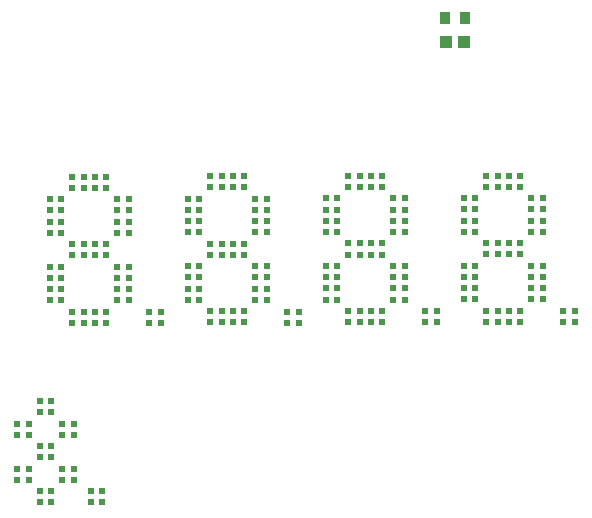
<source format=gtp>
G04 Layer: TopPasteMaskLayer*
G04 EasyEDA v6.5.34, 2023-09-25 23:45:59*
G04 c5930d253d39478cbfd5350cf3090093,5a6b42c53f6a479593ecc07194224c93,10*
G04 Gerber Generator version 0.2*
G04 Scale: 100 percent, Rotated: No, Reflected: No *
G04 Dimensions in millimeters *
G04 leading zeros omitted , absolute positions ,4 integer and 5 decimal *
%FSLAX45Y45*%
%MOMM*%

%ADD10R,0.5500X0.5500*%
%ADD11R,1.0000X1.1000*%
%ADD12R,0.8999X1.0000*%

%LPD*%
D10*
G01*
X714468Y1476494D03*
G01*
X809490Y1476494D03*
G01*
X809490Y1571515D03*
G01*
X714468Y1571515D03*
G01*
X523968Y1666994D03*
G01*
X618990Y1666994D03*
G01*
X618990Y1762015D03*
G01*
X523968Y1762015D03*
G01*
X714468Y1857494D03*
G01*
X809490Y1857494D03*
G01*
X809490Y1952515D03*
G01*
X714468Y1952515D03*
G01*
X523968Y2047994D03*
G01*
X618990Y2047994D03*
G01*
X618990Y2143015D03*
G01*
X523968Y2143015D03*
G01*
X714468Y2238494D03*
G01*
X809490Y2238494D03*
G01*
X809490Y2333515D03*
G01*
X714468Y2333515D03*
G01*
X904968Y2047994D03*
G01*
X999990Y2047994D03*
G01*
X999990Y2143015D03*
G01*
X904968Y2143015D03*
G01*
X904968Y1666994D03*
G01*
X999990Y1666994D03*
G01*
X999990Y1762015D03*
G01*
X904968Y1762015D03*
G01*
X1146268Y1476494D03*
G01*
X1241290Y1476494D03*
G01*
X1241290Y1571515D03*
G01*
X1146268Y1571515D03*
G01*
X3978368Y3000494D03*
G01*
X4073390Y3000494D03*
G01*
X4073390Y3095515D03*
G01*
X3978368Y3095515D03*
G01*
X5146768Y3003161D03*
G01*
X5241790Y3003161D03*
G01*
X5241790Y3098182D03*
G01*
X5146768Y3098182D03*
G01*
X2809968Y2997801D03*
G01*
X2904990Y2997801D03*
G01*
X2904990Y3092848D03*
G01*
X2809968Y3092823D03*
G01*
X1641568Y2995134D03*
G01*
X1736590Y2995134D03*
G01*
X1736590Y3090156D03*
G01*
X1641568Y3090156D03*
G01*
X1968670Y3381494D03*
G01*
X2063691Y3381494D03*
G01*
X2063691Y3476515D03*
G01*
X1968670Y3476515D03*
G01*
X1968670Y3190994D03*
G01*
X2063691Y3190994D03*
G01*
X2063691Y3286015D03*
G01*
X1968670Y3286015D03*
G01*
X2159170Y3000494D03*
G01*
X2254191Y3000494D03*
G01*
X2254191Y3095515D03*
G01*
X2159170Y3095515D03*
G01*
X2349670Y3000494D03*
G01*
X2444691Y3000494D03*
G01*
X2444691Y3095515D03*
G01*
X2349670Y3095515D03*
G01*
X2540170Y3190994D03*
G01*
X2635191Y3190994D03*
G01*
X2635191Y3286015D03*
G01*
X2540170Y3286015D03*
G01*
X2540170Y3381494D03*
G01*
X2635191Y3381494D03*
G01*
X2635191Y3476515D03*
G01*
X2540170Y3476515D03*
G01*
X2349670Y3571994D03*
G01*
X2444691Y3571994D03*
G01*
X2444691Y3667015D03*
G01*
X2349670Y3667015D03*
G01*
X2159170Y3571994D03*
G01*
X2254191Y3571994D03*
G01*
X2254191Y3667015D03*
G01*
X2159170Y3667015D03*
G01*
X2540170Y3762494D03*
G01*
X2635191Y3762494D03*
G01*
X2635191Y3857515D03*
G01*
X2540170Y3857515D03*
G01*
X2540170Y3952994D03*
G01*
X2635191Y3952994D03*
G01*
X2635191Y4048015D03*
G01*
X2540170Y4048015D03*
G01*
X2349670Y4143494D03*
G01*
X2444691Y4143494D03*
G01*
X2444691Y4238515D03*
G01*
X2349670Y4238515D03*
G01*
X2159170Y4143494D03*
G01*
X2254191Y4143494D03*
G01*
X2254191Y4238515D03*
G01*
X2159170Y4238515D03*
G01*
X1968670Y3762494D03*
G01*
X2063691Y3762494D03*
G01*
X2063691Y3857515D03*
G01*
X1968670Y3857515D03*
G01*
X1968670Y3952994D03*
G01*
X2063691Y3952994D03*
G01*
X2063691Y4048015D03*
G01*
X1968670Y4048015D03*
G01*
X3137070Y3955661D03*
G01*
X3232091Y3955661D03*
G01*
X3232091Y4050682D03*
G01*
X3137070Y4050682D03*
G01*
X3137070Y3765161D03*
G01*
X3232091Y3765161D03*
G01*
X3232091Y3860182D03*
G01*
X3137070Y3860182D03*
G01*
X3327570Y4146161D03*
G01*
X3422591Y4146161D03*
G01*
X3422591Y4241182D03*
G01*
X3327570Y4241182D03*
G01*
X3518070Y4146161D03*
G01*
X3613091Y4146161D03*
G01*
X3613091Y4241182D03*
G01*
X3518070Y4241182D03*
G01*
X3708570Y3955661D03*
G01*
X3803591Y3955661D03*
G01*
X3803591Y4050682D03*
G01*
X3708570Y4050682D03*
G01*
X3708570Y3765161D03*
G01*
X3803591Y3765161D03*
G01*
X3803591Y3860182D03*
G01*
X3708570Y3860182D03*
G01*
X3327570Y3574661D03*
G01*
X3422591Y3574661D03*
G01*
X3422591Y3669682D03*
G01*
X3327570Y3669682D03*
G01*
X3518070Y3574661D03*
G01*
X3613091Y3574661D03*
G01*
X3613091Y3669682D03*
G01*
X3518070Y3669682D03*
G01*
X3708570Y3384161D03*
G01*
X3803591Y3384161D03*
G01*
X3803591Y3479182D03*
G01*
X3708570Y3479182D03*
G01*
X3708570Y3193661D03*
G01*
X3803591Y3193661D03*
G01*
X3803591Y3288682D03*
G01*
X3708570Y3288682D03*
G01*
X3518070Y3003161D03*
G01*
X3613091Y3003161D03*
G01*
X3613091Y3098182D03*
G01*
X3518070Y3098182D03*
G01*
X3327570Y3003161D03*
G01*
X3422591Y3003161D03*
G01*
X3422591Y3098182D03*
G01*
X3327570Y3098182D03*
G01*
X3137070Y3193661D03*
G01*
X3232091Y3193661D03*
G01*
X3232091Y3288682D03*
G01*
X3137070Y3288682D03*
G01*
X3137070Y3384161D03*
G01*
X3232091Y3384161D03*
G01*
X3232091Y3479182D03*
G01*
X3137070Y3479182D03*
G01*
X4305470Y3386853D03*
G01*
X4400491Y3386853D03*
G01*
X4400491Y3481875D03*
G01*
X4305470Y3481875D03*
G01*
X4305470Y3196353D03*
G01*
X4400491Y3196353D03*
G01*
X4400491Y3291375D03*
G01*
X4305470Y3291375D03*
G01*
X4495970Y3005853D03*
G01*
X4590991Y3005853D03*
G01*
X4590991Y3100875D03*
G01*
X4495970Y3100875D03*
G01*
X4686470Y3005853D03*
G01*
X4781491Y3005853D03*
G01*
X4781491Y3100875D03*
G01*
X4686470Y3100875D03*
G01*
X4876970Y3196353D03*
G01*
X4971991Y3196353D03*
G01*
X4971991Y3291375D03*
G01*
X4876970Y3291375D03*
G01*
X4876970Y3386853D03*
G01*
X4971991Y3386853D03*
G01*
X4971991Y3481875D03*
G01*
X4876970Y3481875D03*
G01*
X4686470Y3577353D03*
G01*
X4781491Y3577353D03*
G01*
X4781491Y3672375D03*
G01*
X4686470Y3672375D03*
G01*
X4495970Y3577353D03*
G01*
X4590991Y3577353D03*
G01*
X4590991Y3672375D03*
G01*
X4495970Y3672375D03*
G01*
X4876970Y3767853D03*
G01*
X4971991Y3767853D03*
G01*
X4971991Y3862875D03*
G01*
X4876970Y3862875D03*
G01*
X4876970Y3958353D03*
G01*
X4971991Y3958353D03*
G01*
X4971991Y4053375D03*
G01*
X4876970Y4053375D03*
G01*
X4686470Y4148853D03*
G01*
X4781491Y4148853D03*
G01*
X4781491Y4243875D03*
G01*
X4686470Y4243875D03*
G01*
X4495970Y4148853D03*
G01*
X4590991Y4148853D03*
G01*
X4590991Y4243875D03*
G01*
X4495970Y4243875D03*
G01*
X4305470Y3767853D03*
G01*
X4400491Y3767853D03*
G01*
X4400491Y3862875D03*
G01*
X4305470Y3862875D03*
G01*
X4305470Y3958353D03*
G01*
X4400491Y3958353D03*
G01*
X4400491Y4053375D03*
G01*
X4305470Y4053375D03*
G01*
X800270Y3950301D03*
G01*
X895291Y3950301D03*
G01*
X895291Y4045323D03*
G01*
X800270Y4045323D03*
G01*
X800270Y3759801D03*
G01*
X895291Y3759801D03*
G01*
X895291Y3854823D03*
G01*
X800270Y3854823D03*
G01*
X990770Y4140801D03*
G01*
X1085791Y4140801D03*
G01*
X1085791Y4235823D03*
G01*
X990770Y4235823D03*
G01*
X1181270Y4140801D03*
G01*
X1276291Y4140801D03*
G01*
X1276291Y4235823D03*
G01*
X1181270Y4235823D03*
G01*
X1371770Y3950301D03*
G01*
X1466791Y3950301D03*
G01*
X1466791Y4045323D03*
G01*
X1371770Y4045323D03*
G01*
X1371770Y3759801D03*
G01*
X1466791Y3759801D03*
G01*
X1466791Y3854823D03*
G01*
X1371770Y3854823D03*
G01*
X990770Y3569301D03*
G01*
X1085791Y3569301D03*
G01*
X1085791Y3664323D03*
G01*
X990770Y3664323D03*
G01*
X1181270Y3569301D03*
G01*
X1276291Y3569301D03*
G01*
X1276291Y3664323D03*
G01*
X1181270Y3664323D03*
G01*
X1371770Y3378801D03*
G01*
X1466791Y3378801D03*
G01*
X1466791Y3473823D03*
G01*
X1371770Y3473823D03*
G01*
X1371770Y3188301D03*
G01*
X1466791Y3188301D03*
G01*
X1466791Y3283323D03*
G01*
X1371770Y3283323D03*
G01*
X1181270Y2997801D03*
G01*
X1276291Y2997801D03*
G01*
X1276291Y3092848D03*
G01*
X1181270Y3092823D03*
G01*
X990770Y2997801D03*
G01*
X1085791Y2997801D03*
G01*
X1085791Y3092848D03*
G01*
X990770Y3092823D03*
G01*
X800270Y3188301D03*
G01*
X895291Y3188301D03*
G01*
X895291Y3283323D03*
G01*
X800270Y3283323D03*
G01*
X800270Y3378801D03*
G01*
X895291Y3378801D03*
G01*
X895291Y3473823D03*
G01*
X800270Y3473823D03*
D11*
G01*
X4149082Y5372092D03*
G01*
X4309076Y5372092D03*
D12*
G01*
X4144078Y5575292D03*
G01*
X4314080Y5575292D03*
M02*

</source>
